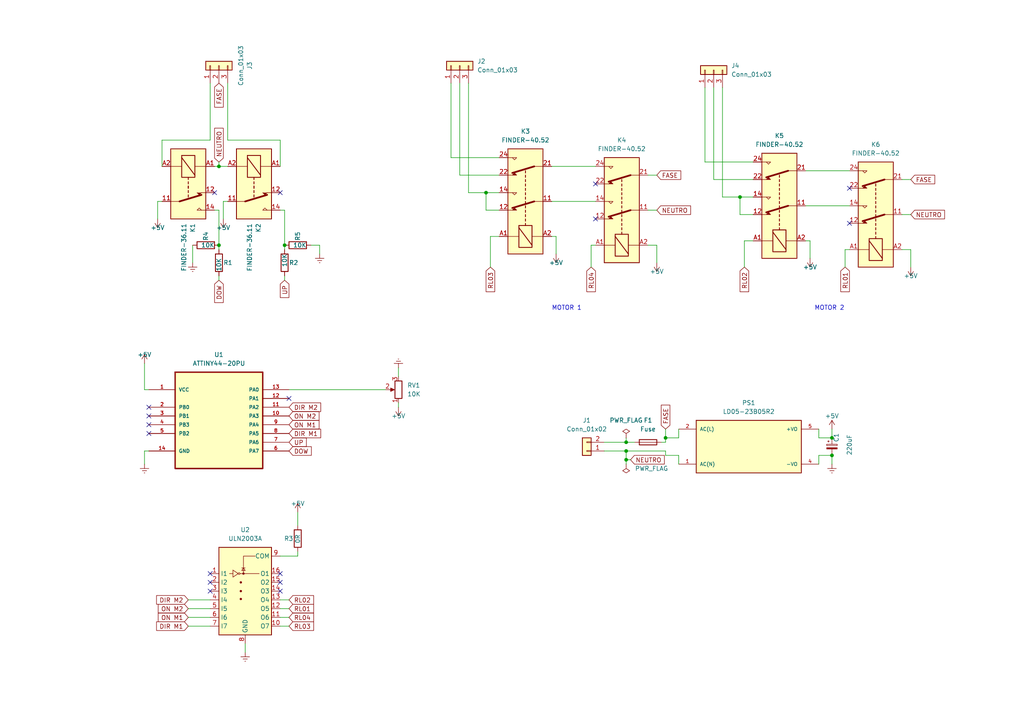
<source format=kicad_sch>
(kicad_sch (version 20211123) (generator eeschema)
  (paper "A4")
  (lib_symbols
    (symbol "ATTINY44-20PU:ATTINY44-20PU" (pin_names (offset 1.016))
      (property "Reference" "U" (at -5.4356 11.0236 0))
      (property "Value" "ATTINY44-20PU" (at -4.7752 -21.1582 0))
      (symbol "ATTINY44-20PU_0_0"
        (rectangle (start -12.7 -17.78) (end 12.7 10.16) (stroke (width 0.4064)) (fill (type background)))
        (pin power_in line (at -20.32 5.08 0) (length 7.62) (name "VCC") (number "1"))
        (pin bidirectional line (at 20.32 -2.54 180) (length 7.62) (name "PA3") (number "10"))
        (pin bidirectional line (at 20.32 0 180) (length 7.62) (name "PA2") (number "11"))
        (pin bidirectional line (at 20.32 2.54 180) (length 7.62) (name "PA1") (number "12"))
        (pin bidirectional line (at 20.32 5.08 180) (length 7.62) (name "PA0") (number "13"))
        (pin passive line (at -20.32 -12.7 0) (length 7.62) (name "GND") (number "14"))
        (pin bidirectional line (at -20.32 0 0) (length 7.62) (name "PB0") (number "2"))
        (pin bidirectional line (at -20.32 -2.54 0) (length 7.62) (name "PB1") (number "3"))
        (pin bidirectional line (at -20.32 -5.08 0) (length 7.62) (name "PB3") (number "4"))
        (pin bidirectional line (at -20.32 -7.62 0) (length 7.62) (name "PB2") (number "5"))
        (pin bidirectional line (at 20.32 -12.7 180) (length 7.62) (name "PA7") (number "6"))
        (pin bidirectional line (at 20.32 -10.16 180) (length 7.62) (name "PA6") (number "7"))
        (pin bidirectional line (at 20.32 -7.62 180) (length 7.62) (name "PA5") (number "8"))
        (pin bidirectional line (at 20.32 -5.08 180) (length 7.62) (name "PA4") (number "9"))
      )
    )
    (symbol "Connector_Generic:Conn_01x02" (pin_names (offset 1.016) hide)
      (property "Reference" "J" (at 0 2.54 0))
      (property "Value" "Conn_01x02" (at 0 -5.08 0))
      (symbol "Conn_01x02_1_1"
        (rectangle (start -1.27 -2.413) (end 0 -2.667) (stroke (width 0.1524)))
        (rectangle (start -1.27 0.127) (end 0 -0.127) (stroke (width 0.1524)))
        (rectangle (start -1.27 1.27) (end 1.27 -3.81) (stroke (width 0.254)) (fill (type background)))
        (pin passive line (at -5.08 0 0) (length 3.81) (name "Pin_1") (number "1"))
        (pin passive line (at -5.08 -2.54 0) (length 3.81) (name "Pin_2") (number "2"))
      )
    )
    (symbol "Connector_Generic:Conn_01x03" (pin_names (offset 1.016) hide)
      (property "Reference" "J" (at 0 5.08 0))
      (property "Value" "Conn_01x03" (at 0 -5.08 0))
      (symbol "Conn_01x03_1_1"
        (rectangle (start -1.27 -2.413) (end 0 -2.667) (stroke (width 0.1524)))
        (rectangle (start -1.27 0.127) (end 0 -0.127) (stroke (width 0.1524)))
        (rectangle (start -1.27 2.667) (end 0 2.413) (stroke (width 0.1524)))
        (rectangle (start -1.27 3.81) (end 1.27 -3.81) (stroke (width 0.254)) (fill (type background)))
        (pin passive line (at -5.08 2.54 0) (length 3.81) (name "Pin_1") (number "1"))
        (pin passive line (at -5.08 0 0) (length 3.81) (name "Pin_2") (number "2"))
        (pin passive line (at -5.08 -2.54 0) (length 3.81) (name "Pin_3") (number "3"))
      )
    )
    (symbol "Device:C_Polarized_Small" (pin_numbers hide) (pin_names (offset 0.254) hide)
      (property "Reference" "C" (at 0.254 1.778 0))
      (property "Value" "C_Polarized_Small" (at 0.254 -2.032 0))
      (symbol "C_Polarized_Small_0_1"
        (rectangle (start -1.524 -0.3048) (end 1.524 -0.6858) (fill (type outline)))
        (rectangle (start -1.524 0.6858) (end 1.524 0.3048))
        (polyline (pts (xy -1.27 1.524) (xy -0.762 1.524)))
        (polyline (pts (xy -1.016 1.27) (xy -1.016 1.778)))
      )
      (symbol "C_Polarized_Small_1_1"
        (pin passive line (at 0 2.54 270) (length 1.8542) (name "~") (number "1"))
        (pin passive line (at 0 -2.54 90) (length 1.8542) (name "~") (number "2"))
      )
    )
    (symbol "Device:Fuse" (pin_numbers hide) (pin_names (offset 0))
      (property "Reference" "F" (at 2.032 0 90))
      (property "Value" "Fuse" (at -1.905 0 90))
      (symbol "Fuse_0_1"
        (rectangle (start -0.762 -2.54) (end 0.762 2.54) (stroke (width 0.254)))
        (polyline (pts (xy 0 2.54) (xy 0 -2.54)))
      )
      (symbol "Fuse_1_1"
        (pin passive line (at 0 3.81 270) (length 1.27) (name "~") (number "1"))
        (pin passive line (at 0 -3.81 90) (length 1.27) (name "~") (number "2"))
      )
    )
    (symbol "Device:R" (pin_numbers hide) (pin_names (offset 0))
      (property "Reference" "R" (at 2.032 0 90))
      (property "Value" "R" (at 0 0 90))
      (symbol "R_0_1"
        (rectangle (start -1.016 -2.54) (end 1.016 2.54) (stroke (width 0.254)))
      )
      (symbol "R_1_1"
        (pin passive line (at 0 3.81 270) (length 1.27) (name "~") (number "1"))
        (pin passive line (at 0 -3.81 90) (length 1.27) (name "~") (number "2"))
      )
    )
    (symbol "Device:R_Potentiometer" (pin_names (offset 1.016) hide)
      (property "Reference" "RV" (at -4.445 0 90))
      (property "Value" "R_Potentiometer" (at -2.54 0 90))
      (symbol "R_Potentiometer_0_1"
        (polyline (pts (xy 2.54 0) (xy 1.524 0)))
        (polyline (pts (xy 1.143 0) (xy 2.286 0.508) (xy 2.286 -0.508) (xy 1.143 0)) (fill (type outline)))
        (rectangle (start 1.016 2.54) (end -1.016 -2.54) (stroke (width 0.254)))
      )
      (symbol "R_Potentiometer_1_1"
        (pin passive line (at 0 3.81 270) (length 1.27) (name "1") (number "1"))
        (pin passive line (at 3.81 0 180) (length 1.27) (name "2") (number "2"))
        (pin passive line (at 0 -3.81 90) (length 1.27) (name "3") (number "3"))
      )
    )
    (symbol "LD05-23B05R2:LD05-23B05R2" (pin_names (offset 1.016))
      (property "Reference" "PS" (at -15.24 8.89 0))
      (property "Value" "LD05-23B05R2" (at -15.24 -10.16 0))
      (symbol "LD05-23B05R2_0_0"
        (rectangle (start -15.24 -7.62) (end 15.24 7.62) (stroke (width 0.254)) (fill (type background)))
        (pin input line (at -20.32 -5.08 0) (length 5.08) (name "AC(N)") (number "1"))
        (pin input line (at -20.32 5.08 0) (length 5.08) (name "AC(L)") (number "2"))
        (pin output line (at 20.32 -5.08 180) (length 5.08) (name "-VO") (number "4"))
        (pin output line (at 20.32 5.08 180) (length 5.08) (name "+VO") (number "5"))
      )
    )
    (symbol "Relay:FINDER-36.11"
      (property "Reference" "K" (at 11.43 3.81 0))
      (property "Value" "FINDER-36.11" (at 11.43 1.27 0))
      (symbol "FINDER-36.11_0_0"
        (polyline (pts (xy 2.54 3.81) (xy 2.54 5.08)))
        (polyline (pts (xy 7.62 3.81) (xy 7.62 5.08)))
        (polyline (pts (xy 7.62 3.81) (xy 7.62 2.54) (xy 6.985 3.175) (xy 7.62 3.81)))
      )
      (symbol "FINDER-36.11_0_1"
        (rectangle (start -10.16 5.08) (end 10.16 -5.08) (stroke (width 0.254)) (fill (type background)))
        (rectangle (start -8.255 1.905) (end -1.905 -1.905) (stroke (width 0.254)))
        (polyline (pts (xy -7.62 -1.905) (xy -2.54 1.905)) (stroke (width 0.254)))
        (polyline (pts (xy -5.08 -5.08) (xy -5.08 -1.905)))
        (polyline (pts (xy -5.08 5.08) (xy -5.08 1.905)))
        (polyline (pts (xy -1.905 0) (xy -1.27 0)) (stroke (width 0.254)))
        (polyline (pts (xy -0.635 0) (xy 0 0)) (stroke (width 0.254)))
        (polyline (pts (xy 0.635 0) (xy 1.27 0)) (stroke (width 0.254)))
        (polyline (pts (xy 0.635 0) (xy 1.27 0)) (stroke (width 0.254)))
        (polyline (pts (xy 1.905 0) (xy 2.54 0)) (stroke (width 0.254)))
        (polyline (pts (xy 3.175 0) (xy 3.81 0)) (stroke (width 0.254)))
        (polyline (pts (xy 5.08 -2.54) (xy 3.175 3.81)) (stroke (width 0.508)))
        (polyline (pts (xy 5.08 -2.54) (xy 5.08 -5.08)))
        (polyline (pts (xy 2.54 2.54) (xy 3.175 3.175) (xy 2.54 3.81)) (fill (type outline)))
      )
      (symbol "FINDER-36.11_1_1"
        (pin passive line (at 5.08 -7.62 90) (length 2.54) (name "~") (number "11"))
        (pin passive line (at 2.54 7.62 270) (length 2.54) (name "~") (number "12"))
        (pin passive line (at 7.62 7.62 270) (length 2.54) (name "~") (number "14"))
        (pin passive line (at -5.08 7.62 270) (length 2.54) (name "~") (number "A1"))
        (pin passive line (at -5.08 -7.62 90) (length 2.54) (name "~") (number "A2"))
      )
    )
    (symbol "Relay:FINDER-40.52"
      (property "Reference" "K" (at 16.51 3.81 0))
      (property "Value" "FINDER-40.52" (at 16.51 1.27 0))
      (symbol "FINDER-40.52_0_1"
        (rectangle (start -15.24 5.08) (end 15.24 -5.08) (stroke (width 0.254)) (fill (type background)))
        (rectangle (start -13.335 1.905) (end -6.985 -1.905) (stroke (width 0.254)))
        (polyline (pts (xy -12.7 -1.905) (xy -7.62 1.905)) (stroke (width 0.254)))
        (polyline (pts (xy -10.16 -5.08) (xy -10.16 -1.905)))
        (polyline (pts (xy -10.16 5.08) (xy -10.16 1.905)))
        (polyline (pts (xy -6.985 0) (xy -6.35 0)) (stroke (width 0.254)))
        (polyline (pts (xy -5.715 0) (xy -5.08 0)) (stroke (width 0.254)))
        (polyline (pts (xy -4.445 0) (xy -3.81 0)) (stroke (width 0.254)))
        (polyline (pts (xy -3.175 0) (xy -2.54 0)) (stroke (width 0.254)))
        (polyline (pts (xy -1.905 0) (xy -1.27 0)) (stroke (width 0.254)))
        (polyline (pts (xy -0.635 0) (xy 0 0)) (stroke (width 0.254)))
        (polyline (pts (xy 0 -2.54) (xy -1.905 3.81)) (stroke (width 0.508)))
        (polyline (pts (xy 0 -2.54) (xy 0 -5.08)))
        (polyline (pts (xy 0.635 0) (xy 1.27 0)) (stroke (width 0.254)))
        (polyline (pts (xy 1.905 0) (xy 2.54 0)) (stroke (width 0.254)))
        (polyline (pts (xy 3.175 0) (xy 3.81 0)) (stroke (width 0.254)))
        (polyline (pts (xy 4.445 0) (xy 5.08 0)) (stroke (width 0.254)))
        (polyline (pts (xy 5.715 0) (xy 6.35 0)) (stroke (width 0.254)))
        (polyline (pts (xy 6.985 0) (xy 7.62 0)) (stroke (width 0.254)))
        (polyline (pts (xy 8.255 0) (xy 8.89 0)) (stroke (width 0.254)))
        (polyline (pts (xy 10.16 -2.54) (xy 8.255 3.81)) (stroke (width 0.508)))
        (polyline (pts (xy 10.16 -2.54) (xy 10.16 -5.08)))
        (polyline (pts (xy -2.54 5.08) (xy -2.54 2.54) (xy -1.905 3.175) (xy -2.54 3.81)) (fill (type outline)))
        (polyline (pts (xy 2.54 5.08) (xy 2.54 2.54) (xy 1.905 3.175) (xy 2.54 3.81)))
        (polyline (pts (xy 7.62 5.08) (xy 7.62 2.54) (xy 8.255 3.175) (xy 7.62 3.81)) (fill (type outline)))
        (polyline (pts (xy 12.7 5.08) (xy 12.7 2.54) (xy 12.065 3.175) (xy 12.7 3.81)))
      )
      (symbol "FINDER-40.52_1_1"
        (pin passive line (at 0 -7.62 90) (length 2.54) (name "~") (number "11"))
        (pin passive line (at -2.54 7.62 270) (length 2.54) (name "~") (number "12"))
        (pin passive line (at 2.54 7.62 270) (length 2.54) (name "~") (number "14"))
        (pin passive line (at 10.16 -7.62 90) (length 2.54) (name "~") (number "21"))
        (pin passive line (at 7.62 7.62 270) (length 2.54) (name "~") (number "22"))
        (pin passive line (at 12.7 7.62 270) (length 2.54) (name "~") (number "24"))
        (pin passive line (at -10.16 7.62 270) (length 2.54) (name "~") (number "A1"))
        (pin passive line (at -10.16 -7.62 90) (length 2.54) (name "~") (number "A2"))
      )
    )
    (symbol "Transistor_Array:ULN2003A"
      (property "Reference" "U" (at 0 15.875 0))
      (property "Value" "ULN2003A" (at 0 13.97 0))
      (symbol "ULN2003A_0_1"
        (rectangle (start -7.62 -12.7) (end 7.62 12.7) (stroke (width 0.254)) (fill (type background)))
        (circle (center -1.778 5.08) (radius 0.254))
        (circle (center -1.27 -2.286) (radius 0.254) (fill (type outline)))
        (circle (center -1.27 0) (radius 0.254) (fill (type outline)))
        (circle (center -1.27 2.54) (radius 0.254) (fill (type outline)))
        (circle (center -0.508 5.08) (radius 0.254) (fill (type outline)))
        (polyline (pts (xy -4.572 5.08) (xy -3.556 5.08)))
        (polyline (pts (xy -1.524 5.08) (xy 4.064 5.08)))
        (polyline (pts (xy 0 6.731) (xy -1.016 6.731)))
        (polyline (pts (xy -0.508 5.08) (xy -0.508 10.16) (xy 2.921 10.16)))
        (polyline (pts (xy -3.556 6.096) (xy -3.556 4.064) (xy -2.032 5.08) (xy -3.556 6.096)))
        (polyline (pts (xy 0 5.969) (xy -1.016 5.969) (xy -0.508 6.731) (xy 0 5.969)))
      )
      (symbol "ULN2003A_1_1"
        (pin input line (at -10.16 5.08 0) (length 2.54) (name "I1") (number "1"))
        (pin open_collector line (at 10.16 -10.16 180) (length 2.54) (name "O7") (number "10"))
        (pin open_collector line (at 10.16 -7.62 180) (length 2.54) (name "O6") (number "11"))
        (pin open_collector line (at 10.16 -5.08 180) (length 2.54) (name "O5") (number "12"))
        (pin open_collector line (at 10.16 -2.54 180) (length 2.54) (name "O4") (number "13"))
        (pin open_collector line (at 10.16 0 180) (length 2.54) (name "O3") (number "14"))
        (pin open_collector line (at 10.16 2.54 180) (length 2.54) (name "O2") (number "15"))
        (pin open_collector line (at 10.16 5.08 180) (length 2.54) (name "O1") (number "16"))
        (pin input line (at -10.16 2.54 0) (length 2.54) (name "I2") (number "2"))
        (pin input line (at -10.16 0 0) (length 2.54) (name "I3") (number "3"))
        (pin input line (at -10.16 -2.54 0) (length 2.54) (name "I4") (number "4"))
        (pin input line (at -10.16 -5.08 0) (length 2.54) (name "I5") (number "5"))
        (pin input line (at -10.16 -7.62 0) (length 2.54) (name "I6") (number "6"))
        (pin input line (at -10.16 -10.16 0) (length 2.54) (name "I7") (number "7"))
        (pin power_in line (at 0 -15.24 90) (length 2.54) (name "GND") (number "8"))
        (pin passive line (at 10.16 10.16 180) (length 2.54) (name "COM") (number "9"))
      )
    )
    (symbol "power:+5V" (power) (pin_names (offset 0))
      (property "Value" "+5V" (at 0 3.556 0))
      (symbol "+5V_0_1"
        (polyline (pts (xy -0.762 1.27) (xy 0 2.54)))
        (polyline (pts (xy 0 0) (xy 0 2.54)))
        (polyline (pts (xy 0 2.54) (xy 0.762 1.27)))
      )
      (symbol "+5V_1_1"
        (pin power_in line (at 0 0 90) (length 0) hide (name "+5V") (number "1"))
      )
    )
    (symbol "power:Earth" (power) (pin_names (offset 0))
      (symbol "Earth_0_1"
        (polyline (pts (xy -0.635 -1.905) (xy 0.635 -1.905)))
        (polyline (pts (xy -0.127 -2.54) (xy 0.127 -2.54)))
        (polyline (pts (xy 0 -1.27) (xy 0 0)))
        (polyline (pts (xy 1.27 -1.27) (xy -1.27 -1.27)))
      )
      (symbol "Earth_1_1"
        (pin power_in line (at 0 0 270) (length 0) hide (name "Earth") (number "1"))
      )
    )
    (symbol "power:PWR_FLAG" (power) (pin_numbers hide) (pin_names (offset 0) hide)
      (property "Value" "PWR_FLAG" (at 0 3.81 0))
      (symbol "PWR_FLAG_0_0"
        (pin power_out line (at 0 0 90) (length 0) (name "pwr") (number "1"))
      )
      (symbol "PWR_FLAG_0_1"
        (polyline (pts (xy 0 0) (xy 0 1.27) (xy -1.016 1.905) (xy 0 2.54) (xy 1.016 1.905) (xy 0 1.27)))
      )
    )
  )
  (junction (at 63.5 48.26))
  (junction (at 63.5 71.12))
  (junction (at 193.04 127))
  (junction (at 181.61 128.27))
  (junction (at 181.61 133.35))
  (junction (at 181.61 130.81))
  (junction (at 241.3 132.08))
  (junction (at 241.3 127))
  (junction (at 82.55 71.12))
  (junction (at 214.63 57.15))
  (junction (at 140.97 55.88))
  (no_connect (at 81.28 55.88))
  (no_connect (at 43.18 125.73))
  (no_connect (at 43.18 120.65))
  (no_connect (at 172.72 53.34))
  (no_connect (at 246.38 54.61))
  (no_connect (at 43.18 118.11))
  (no_connect (at 43.18 123.19))
  (no_connect (at 62.23 55.88))
  (no_connect (at 60.96 168.91))
  (no_connect (at 60.96 166.37))
  (no_connect (at 60.96 171.45))
  (no_connect (at 83.82 115.57))
  (no_connect (at 81.28 166.37))
  (no_connect (at 81.28 171.45))
  (no_connect (at 81.28 168.91))
  (no_connect (at 172.72 63.5))
  (no_connect (at 246.38 64.77))
  (wire (pts (xy 218.44 57.15) (xy 214.63 57.15)))
  (wire (pts (xy 46.99 48.26) (xy 46.99 40.64)))
  (wire (pts (xy 218.44 69.85) (xy 215.9 69.85)))
  (wire (pts (xy 135.89 55.88) (xy 140.97 55.88)))
  (wire (pts (xy 160.02 48.26) (xy 172.72 48.26)))
  (wire (pts (xy 233.68 59.69) (xy 246.38 59.69)))
  (wire (pts (xy 81.28 48.26) (xy 81.28 40.64)))
  (wire (pts (xy 133.35 24.13) (xy 133.35 50.8)))
  (wire (pts (xy 66.04 24.13) (xy 66.04 40.64)))
  (wire (pts (xy 161.29 68.58) (xy 161.29 73.66)))
  (wire (pts (xy 187.96 50.8) (xy 190.5 50.8)))
  (wire (pts (xy 63.5 60.96) (xy 63.5 71.12)))
  (wire (pts (xy 45.72 58.42) (xy 45.72 63.5)))
  (wire (pts (xy 191.77 128.27) (xy 193.04 128.27)))
  (wire (pts (xy 41.91 105.41) (xy 41.91 113.03)))
  (wire (pts (xy 60.96 24.13) (xy 60.96 40.64)))
  (wire (pts (xy 144.78 60.96) (xy 140.97 60.96)))
  (wire (pts (xy 144.78 50.8) (xy 133.35 50.8)))
  (wire (pts (xy 140.97 60.96) (xy 140.97 55.88)))
  (wire (pts (xy 54.61 176.53) (xy 60.96 176.53)))
  (wire (pts (xy 66.04 58.42) (xy 64.77 58.42)))
  (wire (pts (xy 92.71 71.12) (xy 92.71 73.66)))
  (wire (pts (xy 171.45 71.12) (xy 171.45 77.47)))
  (wire (pts (xy 233.68 69.85) (xy 234.95 69.85)))
  (wire (pts (xy 54.61 179.07) (xy 60.96 179.07)))
  (wire (pts (xy 63.5 48.26) (xy 63.5 46.99)))
  (wire (pts (xy 175.26 130.81) (xy 181.61 130.81)))
  (wire (pts (xy 181.61 130.81) (xy 193.04 130.81)))
  (wire (pts (xy 261.62 52.07) (xy 264.16 52.07)))
  (wire (pts (xy 215.9 69.85) (xy 215.9 77.47)))
  (wire (pts (xy 66.04 48.26) (xy 63.5 48.26)))
  (wire (pts (xy 214.63 57.15) (xy 209.55 57.15)))
  (wire (pts (xy 63.5 48.26) (xy 62.23 48.26)))
  (wire (pts (xy 81.28 173.99) (xy 83.82 173.99)))
  (wire (pts (xy 196.85 124.46) (xy 196.85 127)))
  (wire (pts (xy 190.5 71.12) (xy 190.5 76.2)))
  (wire (pts (xy 193.04 127) (xy 193.04 128.27)))
  (wire (pts (xy 46.99 40.64) (xy 60.96 40.64)))
  (wire (pts (xy 218.44 62.23) (xy 214.63 62.23)))
  (wire (pts (xy 86.36 161.29) (xy 86.36 160.02)))
  (wire (pts (xy 237.49 127) (xy 241.3 127)))
  (wire (pts (xy 233.68 49.53) (xy 246.38 49.53)))
  (wire (pts (xy 86.36 148.59) (xy 86.36 152.4)))
  (wire (pts (xy 214.63 62.23) (xy 214.63 57.15)))
  (wire (pts (xy 234.95 69.85) (xy 234.95 74.93)))
  (wire (pts (xy 181.61 127) (xy 181.61 128.27)))
  (wire (pts (xy 209.55 25.4) (xy 209.55 57.15)))
  (wire (pts (xy 237.49 134.62) (xy 237.49 132.08)))
  (wire (pts (xy 43.18 130.81) (xy 41.91 130.81)))
  (wire (pts (xy 193.04 124.46) (xy 193.04 127)))
  (wire (pts (xy 187.96 71.12) (xy 190.5 71.12)))
  (wire (pts (xy 207.01 25.4) (xy 207.01 52.07)))
  (wire (pts (xy 81.28 176.53) (xy 83.82 176.53)))
  (wire (pts (xy 41.91 130.81) (xy 41.91 134.62)))
  (wire (pts (xy 204.47 46.99) (xy 204.47 25.4)))
  (wire (pts (xy 160.02 68.58) (xy 161.29 68.58)))
  (wire (pts (xy 181.61 133.35) (xy 181.61 134.62)))
  (wire (pts (xy 64.77 58.42) (xy 64.77 63.5)))
  (wire (pts (xy 187.96 60.96) (xy 190.5 60.96)))
  (wire (pts (xy 245.11 72.39) (xy 245.11 77.47)))
  (wire (pts (xy 142.24 68.58) (xy 142.24 77.47)))
  (wire (pts (xy 261.62 72.39) (xy 264.16 72.39)))
  (wire (pts (xy 115.57 106.68) (xy 115.57 109.22)))
  (wire (pts (xy 144.78 68.58) (xy 142.24 68.58)))
  (wire (pts (xy 82.55 81.28) (xy 82.55 80.01)))
  (wire (pts (xy 46.99 58.42) (xy 45.72 58.42)))
  (wire (pts (xy 115.57 116.84) (xy 115.57 118.11)))
  (wire (pts (xy 193.04 132.08) (xy 196.85 132.08)))
  (wire (pts (xy 81.28 161.29) (xy 86.36 161.29)))
  (wire (pts (xy 83.82 113.03) (xy 111.76 113.03)))
  (wire (pts (xy 41.91 113.03) (xy 43.18 113.03)))
  (wire (pts (xy 237.49 124.46) (xy 237.49 127)))
  (wire (pts (xy 237.49 132.08) (xy 241.3 132.08)))
  (wire (pts (xy 63.5 71.12) (xy 63.5 72.39)))
  (wire (pts (xy 144.78 45.72) (xy 130.81 45.72)))
  (wire (pts (xy 193.04 130.81) (xy 193.04 132.08)))
  (wire (pts (xy 135.89 24.13) (xy 135.89 55.88)))
  (wire (pts (xy 90.17 71.12) (xy 92.71 71.12)))
  (wire (pts (xy 63.5 80.01) (xy 63.5 81.28)))
  (wire (pts (xy 130.81 45.72) (xy 130.81 24.13)))
  (wire (pts (xy 55.88 71.12) (xy 55.88 76.2)))
  (wire (pts (xy 241.3 132.08) (xy 241.3 134.62)))
  (wire (pts (xy 144.78 55.88) (xy 140.97 55.88)))
  (wire (pts (xy 54.61 181.61) (xy 60.96 181.61)))
  (wire (pts (xy 181.61 128.27) (xy 184.15 128.27)))
  (wire (pts (xy 196.85 134.62) (xy 196.85 132.08)))
  (wire (pts (xy 181.61 133.35) (xy 181.61 130.81)))
  (wire (pts (xy 81.28 179.07) (xy 83.82 179.07)))
  (wire (pts (xy 81.28 40.64) (xy 66.04 40.64)))
  (wire (pts (xy 204.47 46.99) (xy 218.44 46.99)))
  (wire (pts (xy 172.72 71.12) (xy 171.45 71.12)))
  (wire (pts (xy 54.61 173.99) (xy 60.96 173.99)))
  (wire (pts (xy 246.38 72.39) (xy 245.11 72.39)))
  (wire (pts (xy 218.44 52.07) (xy 207.01 52.07)))
  (wire (pts (xy 261.62 62.23) (xy 264.16 62.23)))
  (wire (pts (xy 175.26 128.27) (xy 181.61 128.27)))
  (wire (pts (xy 82.55 60.96) (xy 81.28 60.96)))
  (wire (pts (xy 82.55 71.12) (xy 82.55 60.96)))
  (wire (pts (xy 160.02 58.42) (xy 172.72 58.42)))
  (wire (pts (xy 193.04 127) (xy 196.85 127)))
  (wire (pts (xy 264.16 72.39) (xy 264.16 77.47)))
  (wire (pts (xy 241.3 124.46) (xy 241.3 127)))
  (wire (pts (xy 82.55 72.39) (xy 82.55 71.12)))
  (wire (pts (xy 182.88 133.35) (xy 181.61 133.35)))
  (wire (pts (xy 71.12 186.69) (xy 71.12 189.23)))
  (wire (pts (xy 81.28 181.61) (xy 83.82 181.61)))
  (wire (pts (xy 63.5 60.96) (xy 62.23 60.96)))
  (text "MOTOR 2" (at 236.22 90.17 0) (effects (font (size 1.27 1.27)) (justify left bottom)))
  (text "MOTOR 1" (at 160.02 90.17 0) (effects (font (size 1.27 1.27)) (justify left bottom)))
  (global_label "RL01" (shape input) (at 245.11 77.47 270) (property "Intersheet References" "${INTERSHEET_REFS}" (effects hide)))
  (global_label "RL01" (shape input) (at 83.82 176.53 0) (property "Intersheet References" "${INTERSHEET_REFS}" (effects hide)))
  (global_label "ON M2" (shape input) (at 83.82 120.65 0) (property "Intersheet References" "${INTERSHEET_REFS}" (effects hide)))
  (global_label "RL02" (shape input) (at 215.9 77.47 270) (property "Intersheet References" "${INTERSHEET_REFS}" (effects hide)))
  (global_label "DIR M1" (shape input) (at 83.82 125.73 0) (property "Intersheet References" "${INTERSHEET_REFS}" (effects hide)))
  (global_label "RL03" (shape input) (at 142.24 77.47 270) (property "Intersheet References" "${INTERSHEET_REFS}" (effects hide)))
  (global_label "FASE" (shape input) (at 193.04 124.46 90) (property "Intersheet References" "${INTERSHEET_REFS}" (effects hide)))
  (global_label "DIR M1" (shape input) (at 54.61 181.61 180) (property "Intersheet References" "${INTERSHEET_REFS}" (effects hide)))
  (global_label "DIR M2" (shape input) (at 54.61 173.99 180) (property "Intersheet References" "${INTERSHEET_REFS}" (effects hide)))
  (global_label "NEUTRO" (shape input) (at 63.5 46.99 90) (property "Intersheet References" "${INTERSHEET_REFS}" (effects hide)))
  (global_label "FASE" (shape input) (at 190.5 50.8 0) (property "Intersheet References" "${INTERSHEET_REFS}" (effects hide)))
  (global_label "UP" (shape input) (at 82.55 81.28 270) (property "Intersheet References" "${INTERSHEET_REFS}" (effects hide)))
  (global_label "UP" (shape input) (at 83.82 128.27 0) (property "Intersheet References" "${INTERSHEET_REFS}" (effects hide)))
  (global_label "RL03" (shape input) (at 83.82 181.61 0) (property "Intersheet References" "${INTERSHEET_REFS}" (effects hide)))
  (global_label "ON M1" (shape input) (at 54.61 179.07 180) (property "Intersheet References" "${INTERSHEET_REFS}" (effects hide)))
  (global_label "ON M2" (shape input) (at 54.61 176.53 180) (property "Intersheet References" "${INTERSHEET_REFS}" (effects hide)))
  (global_label "DOW" (shape input) (at 63.5 81.28 270) (property "Intersheet References" "${INTERSHEET_REFS}" (effects hide)))
  (global_label "RL02" (shape input) (at 83.82 173.99 0) (property "Intersheet References" "${INTERSHEET_REFS}" (effects hide)))
  (global_label "NEUTRO" (shape input) (at 190.5 60.96 0) (property "Intersheet References" "${INTERSHEET_REFS}" (effects hide)))
  (global_label "ON M1" (shape input) (at 83.82 123.19 0) (property "Intersheet References" "${INTERSHEET_REFS}" (effects hide)))
  (global_label "DIR M2" (shape input) (at 83.82 118.11 0) (property "Intersheet References" "${INTERSHEET_REFS}" (effects hide)))
  (global_label "RL04" (shape input) (at 171.45 77.47 270) (property "Intersheet References" "${INTERSHEET_REFS}" (effects hide)))
  (global_label "FASE" (shape input) (at 63.5 24.13 270) (property "Intersheet References" "${INTERSHEET_REFS}" (effects hide)))
  (global_label "NEUTRO" (shape input) (at 182.88 133.35 0) (property "Intersheet References" "${INTERSHEET_REFS}" (effects hide)))
  (global_label "FASE" (shape input) (at 264.16 52.07 0) (property "Intersheet References" "${INTERSHEET_REFS}" (effects hide)))
  (global_label "DOW" (shape input) (at 83.82 130.81 0) (property "Intersheet References" "${INTERSHEET_REFS}" (effects hide)))
  (global_label "RL04" (shape input) (at 83.82 179.07 0) (property "Intersheet References" "${INTERSHEET_REFS}" (effects hide)))
  (global_label "NEUTRO" (shape input) (at 264.16 62.23 0) (property "Intersheet References" "${INTERSHEET_REFS}" (effects hide)))
  (symbol (lib_id "power:Earth") (at 115.57 106.68 180) (unit 1)
    (property "Reference" "#PWR0111" (effects hide))
    (property "Value" "Earth" (effects hide))
  )
  (symbol (lib_id "LD05-23B05R2:LD05-23B05R2") (at 217.17 129.54 0) (unit 1)
    (property "Reference" "PS1" (at 217.17 116.84 0))
    (property "Value" "LD05-23B05R2" (at 217.17 119.38 0))
    (property "Footprint" "LIB:CONV_LD05-23B05R2" (effects hide))
    (property "MAXIMUM_PACKAGE_HEIGHT" "18.10 mm" (effects hide))
    (property "MANUFACTURER" "Mornsun" (effects hide))
    (property "PARTREV" "2020.06.30-A/2" (effects hide))
    (property "STANDARD" "Manufacturer Recommendations" (effects hide))
  )
  (symbol (lib_id "power:Earth") (at 92.71 73.66 0) (unit 1)
    (property "Reference" "#PWR0116" (effects hide))
    (property "Value" "Earth" (effects hide))
  )
  (symbol (lib_id "Connector_Generic:Conn_01x03") (at 63.5 19.05 90) (unit 1)
    (property "Reference" "J3" (at 72.39 19.05 0))
    (property "Value" "Conn_01x03" (at 69.85 19.05 0))
    (property "Footprint" "TerminalBlock_Phoenix:TerminalBlock_Phoenix_MKDS-1,5-3_1x03_P5.00mm_Horizontal" (effects hide))
  )
  (symbol (lib_id "ATTINY44-20PU:ATTINY44-20PU") (at 63.5 118.11 0) (unit 1)
    (property "Reference" "U1" (at 63.5 102.87 0))
    (property "Value" "ATTINY44-20PU" (at 63.5 105.41 0))
    (property "Footprint" "Package_DIP:DIP-14_W10.16mm_LongPads" (effects hide))
    (property "MPN" "ATTINY44-20PU" (effects hide))
    (property "PACKAGE" "PDIP-14" (effects hide))
    (property "SUPPLIER" "Atmel" (effects hide))
    (property "OC_FARNELL" "1455150" (effects hide))
    (property "OC_NEWARK" "58M3786" (effects hide))
  )
  (symbol (lib_id "Relay:FINDER-36.11") (at 54.61 53.34 270) (unit 1)
    (property "Reference" "K1" (at 55.8801 64.77 0) (effects (justify left)))
    (property "Value" "FINDER-36.11" (at 53.3401 64.77 0) (effects (justify left)))
    (property "Footprint" "Relay_THT:Relay_SPDT_Finder_40.31" (effects hide))
    (property "Datasheet" "https://gfinder.findernet.com/public/attachments/36/EN/S36EN.pdf" (effects hide))
  )
  (symbol (lib_id "power:+5V") (at 241.3 124.46 0) (unit 1)
    (property "Reference" "#PWR0109" (effects hide))
    (property "Value" "+5V" (at 241.3 120.65 0))
  )
  (symbol (lib_id "power:+5V") (at 86.36 148.59 0) (unit 1)
    (property "Reference" "#PWR0105" (effects hide))
    (property "Value" "+5V" (at 86.36 146.05 0))
  )
  (symbol (lib_id "Transistor_Array:ULN2003A") (at 71.12 171.45 0) (unit 1)
    (property "Reference" "U2" (at 71.12 153.67 0))
    (property "Value" "ULN2003A" (at 71.12 156.21 0))
    (property "Footprint" "Package_DIP:DIP-16_W10.16mm_LongPads" (effects hide))
    (property "Datasheet" "http://www.ti.com/lit/ds/symlink/uln2003a.pdf" (effects hide))
  )
  (symbol (lib_id "power:+5V") (at 64.77 63.5 180) (unit 1)
    (property "Reference" "#PWR0108" (effects hide))
    (property "Value" "+5V" (at 64.77 66.04 0))
  )
  (symbol (lib_id "Device:R_Potentiometer") (at 115.57 113.03 180) (unit 1)
    (property "Reference" "RV1" (at 118.11 111.76 0) (effects (justify right)))
    (property "Value" "10K" (at 118.11 114.2999 0) (effects (justify right)))
    (property "Footprint" "Potentiometer_THT:Potentiometer_Bourns_3296W_Vertical" (effects hide))
  )
  (symbol (lib_id "power:Earth") (at 41.91 134.62 0) (unit 1)
    (property "Reference" "#PWR0101" (effects hide))
    (property "Value" "Earth" (effects hide))
  )
  (symbol (lib_id "power:PWR_FLAG") (at 181.61 134.62 180) (unit 1)
    (property "Reference" "#FLG0101" (effects hide))
    (property "Value" "PWR_FLAG" (at 184.15 135.8899 0) (effects (justify right)))
  )
  (symbol (lib_id "Device:R") (at 86.36 156.21 180) (unit 1)
    (property "Reference" "R3" (at 85.09 156.21 0) (effects (justify left)))
    (property "Value" "0R" (at 86.36 154.94 90) (effects (justify left)))
    (property "Footprint" "Resistor_THT:R_Axial_DIN0204_L3.6mm_D1.6mm_P5.08mm_Horizontal" (effects hide))
  )
  (symbol (lib_id "power:+5V") (at 234.95 74.93 180) (unit 1)
    (property "Reference" "#PWR0113" (effects hide))
    (property "Value" "+5V" (at 234.95 77.47 0))
  )
  (symbol (lib_id "power:+5V") (at 161.29 73.66 180) (unit 1)
    (property "Reference" "#PWR0104" (effects hide))
    (property "Value" "+5V" (at 161.29 76.2 0))
  )
  (symbol (lib_id "Relay:FINDER-40.52") (at 180.34 60.96 90) (unit 1)
    (property "Reference" "K4" (at 180.34 40.64 90))
    (property "Value" "FINDER-40.52" (at 180.34 43.18 90))
    (property "Footprint" "Relay_THT:Relay_DPDT_Finder_40.52" (effects hide))
    (property "Datasheet" "http://gfinder.findernet.com/assets/Series/353/S40EN.pdf" (effects hide))
  )
  (symbol (lib_id "power:+5V") (at 41.91 105.41 0) (unit 1)
    (property "Reference" "#PWR0112" (effects hide))
    (property "Value" "+5V" (at 41.91 102.87 0))
  )
  (symbol (lib_id "power:+5V") (at 264.16 77.47 180) (unit 1)
    (property "Reference" "#PWR0114" (effects hide))
    (property "Value" "+5V" (at 264.16 80.01 0))
  )
  (symbol (lib_id "power:+5V") (at 115.57 118.11 180) (unit 1)
    (property "Reference" "#PWR0103" (effects hide))
    (property "Value" "+5V" (at 115.57 120.65 0))
  )
  (symbol (lib_id "Relay:FINDER-40.52") (at 226.06 59.69 90) (unit 1)
    (property "Reference" "K5" (at 226.06 39.37 90))
    (property "Value" "FINDER-40.52" (at 226.06 41.91 90))
    (property "Footprint" "Relay_THT:Relay_DPDT_Finder_40.52" (effects hide))
    (property "Datasheet" "http://gfinder.findernet.com/assets/Series/353/S40EN.pdf" (effects hide))
  )
  (symbol (lib_id "Device:R") (at 63.5 76.2 0) (unit 1)
    (property "Reference" "R1" (at 64.77 76.2 0) (effects (justify left)))
    (property "Value" "10K" (at 63.5 78.74 90) (effects (justify left)))
    (property "Footprint" "Resistor_THT:R_Axial_DIN0204_L3.6mm_D1.6mm_P5.08mm_Horizontal" (effects hide))
  )
  (symbol (lib_id "Device:Fuse") (at 187.96 128.27 90) (unit 1)
    (property "Reference" "F1" (at 187.96 121.92 90))
    (property "Value" "Fuse" (at 187.96 124.46 90))
    (property "Footprint" "Fuse:Fuse_Bourns_MF-RHT070" (effects hide))
  )
  (symbol (lib_id "Connector_Generic:Conn_01x03") (at 207.01 20.32 90) (unit 1)
    (property "Reference" "J4" (at 212.09 19.0499 90) (effects (justify right)))
    (property "Value" "Conn_01x03" (at 212.09 21.5899 90) (effects (justify right)))
    (property "Footprint" "TerminalBlock_Phoenix:TerminalBlock_Phoenix_MKDS-1,5-3_1x03_P5.00mm_Horizontal" (effects hide))
  )
  (symbol (lib_id "Device:R") (at 86.36 71.12 90) (unit 1)
    (property "Reference" "R5" (at 86.36 69.85 0) (effects (justify left)))
    (property "Value" "10K" (at 88.9 71.12 90) (effects (justify left)))
    (property "Footprint" "Resistor_THT:R_Axial_DIN0204_L3.6mm_D1.6mm_P5.08mm_Horizontal" (effects hide))
  )
  (symbol (lib_id "power:Earth") (at 55.88 76.2 0) (unit 1)
    (property "Reference" "#PWR0115" (effects hide))
    (property "Value" "Earth" (effects hide))
  )
  (symbol (lib_id "power:Earth") (at 241.3 134.62 0) (unit 1)
    (property "Reference" "#PWR0110" (effects hide))
    (property "Value" "Earth" (effects hide))
  )
  (symbol (lib_id "power:PWR_FLAG") (at 181.61 127 0) (unit 1)
    (property "Reference" "#FLG0102" (effects hide))
    (property "Value" "PWR_FLAG" (at 181.61 121.92 0))
  )
  (symbol (lib_id "power:Earth") (at 71.12 189.23 0) (unit 1)
    (property "Reference" "#PWR0102" (effects hide))
    (property "Value" "Earth" (effects hide))
  )
  (symbol (lib_id "power:+5V") (at 190.5 76.2 180) (unit 1)
    (property "Reference" "#PWR0106" (effects hide))
    (property "Value" "+5V" (at 190.5 78.74 0))
  )
  (symbol (lib_id "Connector_Generic:Conn_01x03") (at 133.35 19.05 90) (unit 1)
    (property "Reference" "J2" (at 138.43 17.7799 90) (effects (justify right)))
    (property "Value" "Conn_01x03" (at 138.43 20.3199 90) (effects (justify right)))
    (property "Footprint" "TerminalBlock_Phoenix:TerminalBlock_Phoenix_MKDS-1,5-3_1x03_P5.00mm_Horizontal" (effects hide))
  )
  (symbol (lib_id "Connector_Generic:Conn_01x02") (at 170.18 130.81 180) (unit 1)
    (property "Reference" "J1" (at 170.18 121.92 0))
    (property "Value" "Conn_01x02" (at 170.18 124.46 0))
    (property "Footprint" "TerminalBlock_Phoenix:TerminalBlock_Phoenix_MKDS-1,5-2_1x02_P5.00mm_Horizontal" (effects hide))
  )
  (symbol (lib_id "Relay:FINDER-40.52") (at 254 62.23 90) (unit 1)
    (property "Reference" "K6" (at 254 41.91 90))
    (property "Value" "FINDER-40.52" (at 254 44.45 90))
    (property "Footprint" "Relay_THT:Relay_DPDT_Finder_40.52" (effects hide))
    (property "Datasheet" "http://gfinder.findernet.com/assets/Series/353/S40EN.pdf" (effects hide))
  )
  (symbol (lib_id "Device:C_Polarized_Small") (at 241.3 129.54 0) (unit 1)
    (property "Reference" "C1" (at 242.57 128.27 90) (effects (justify left)))
    (property "Value" "220uF" (at 246.38 132.08 90) (effects (justify left)))
    (property "Footprint" "Capacitor_THT:CP_Radial_D8.0mm_P2.50mm" (effects hide))
  )
  (symbol (lib_id "Relay:FINDER-40.52") (at 152.4 58.42 90) (unit 1)
    (property "Reference" "K3" (at 152.4 38.1 90))
    (property "Value" "FINDER-40.52" (at 152.4 40.64 90))
    (property "Footprint" "Relay_THT:Relay_DPDT_Finder_40.52" (effects hide))
    (property "Datasheet" "http://gfinder.findernet.com/assets/Series/353/S40EN.pdf" (effects hide))
  )
  (symbol (lib_id "Relay:FINDER-36.11") (at 73.66 53.34 270) (unit 1)
    (property "Reference" "K2" (at 74.9301 64.77 0) (effects (justify left)))
    (property "Value" "FINDER-36.11" (at 72.3901 64.77 0) (effects (justify left)))
    (property "Footprint" "Relay_THT:Relay_SPDT_Finder_40.31" (effects hide))
    (property "Datasheet" "https://gfinder.findernet.com/public/attachments/36/EN/S36EN.pdf" (effects hide))
  )
  (symbol (lib_id "power:+5V") (at 45.72 63.5 180) (unit 1)
    (property "Reference" "#PWR0107" (effects hide))
    (property "Value" "+5V" (at 45.72 66.04 0))
  )
  (symbol (lib_id "Device:R") (at 82.55 76.2 0) (unit 1)
    (property "Reference" "R2" (at 83.82 76.2 0) (effects (justify left)))
    (property "Value" "10K" (at 82.55 77.47 90) (effects (justify left)))
    (property "Footprint" "Resistor_THT:R_Axial_DIN0204_L3.6mm_D1.6mm_P5.08mm_Horizontal" (effects hide))
  )
  (symbol (lib_id "Device:R") (at 59.69 71.12 90) (unit 1)
    (property "Reference" "R4" (at 59.69 69.85 0) (effects (justify left)))
    (property "Value" "10K" (at 62.23 71.12 90) (effects (justify left)))
    (property "Footprint" "Resistor_THT:R_Axial_DIN0204_L3.6mm_D1.6mm_P5.08mm_Horizontal" (effects hide))
  )
)
</source>
